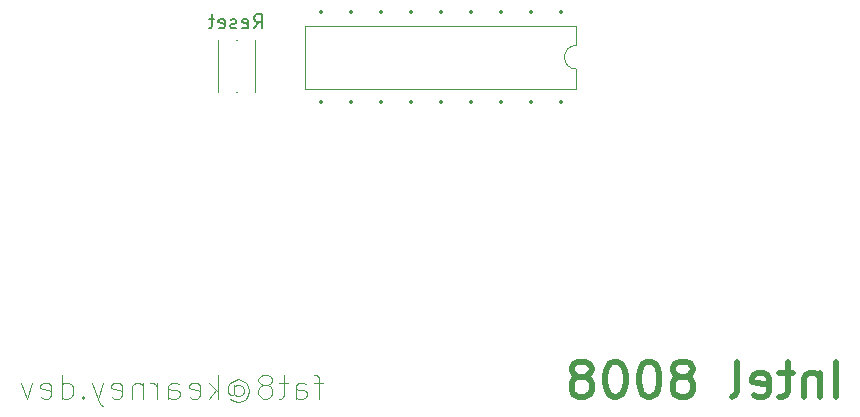
<source format=gbr>
%TF.GenerationSoftware,KiCad,Pcbnew,9.0.0-9.0.0-2~ubuntu24.10.1*%
%TF.CreationDate,2025-03-15T08:42:32-04:00*%
%TF.ProjectId,fat8,66617438-2e6b-4696-9361-645f70636258,rev?*%
%TF.SameCoordinates,Original*%
%TF.FileFunction,Legend,Bot*%
%TF.FilePolarity,Positive*%
%FSLAX46Y46*%
G04 Gerber Fmt 4.6, Leading zero omitted, Abs format (unit mm)*
G04 Created by KiCad (PCBNEW 9.0.0-9.0.0-2~ubuntu24.10.1) date 2025-03-15 08:42:32*
%MOMM*%
%LPD*%
G01*
G04 APERTURE LIST*
%ADD10C,0.100000*%
%ADD11C,0.150000*%
%ADD12C,0.508000*%
%ADD13C,0.120000*%
%ADD14C,0.350000*%
G04 APERTURE END LIST*
D10*
X84743734Y-81416704D02*
X83981830Y-81416704D01*
X84458020Y-82750038D02*
X84458020Y-81035752D01*
X84458020Y-81035752D02*
X84362782Y-80845276D01*
X84362782Y-80845276D02*
X84172306Y-80750038D01*
X84172306Y-80750038D02*
X83981830Y-80750038D01*
X82458020Y-82750038D02*
X82458020Y-81702419D01*
X82458020Y-81702419D02*
X82553258Y-81511942D01*
X82553258Y-81511942D02*
X82743734Y-81416704D01*
X82743734Y-81416704D02*
X83124687Y-81416704D01*
X83124687Y-81416704D02*
X83315163Y-81511942D01*
X82458020Y-82654800D02*
X82648496Y-82750038D01*
X82648496Y-82750038D02*
X83124687Y-82750038D01*
X83124687Y-82750038D02*
X83315163Y-82654800D01*
X83315163Y-82654800D02*
X83410401Y-82464323D01*
X83410401Y-82464323D02*
X83410401Y-82273847D01*
X83410401Y-82273847D02*
X83315163Y-82083371D01*
X83315163Y-82083371D02*
X83124687Y-81988133D01*
X83124687Y-81988133D02*
X82648496Y-81988133D01*
X82648496Y-81988133D02*
X82458020Y-81892895D01*
X81791353Y-81416704D02*
X81029449Y-81416704D01*
X81505639Y-80750038D02*
X81505639Y-82464323D01*
X81505639Y-82464323D02*
X81410401Y-82654800D01*
X81410401Y-82654800D02*
X81219925Y-82750038D01*
X81219925Y-82750038D02*
X81029449Y-82750038D01*
X80077068Y-81607180D02*
X80267544Y-81511942D01*
X80267544Y-81511942D02*
X80362782Y-81416704D01*
X80362782Y-81416704D02*
X80458020Y-81226228D01*
X80458020Y-81226228D02*
X80458020Y-81130990D01*
X80458020Y-81130990D02*
X80362782Y-80940514D01*
X80362782Y-80940514D02*
X80267544Y-80845276D01*
X80267544Y-80845276D02*
X80077068Y-80750038D01*
X80077068Y-80750038D02*
X79696115Y-80750038D01*
X79696115Y-80750038D02*
X79505639Y-80845276D01*
X79505639Y-80845276D02*
X79410401Y-80940514D01*
X79410401Y-80940514D02*
X79315163Y-81130990D01*
X79315163Y-81130990D02*
X79315163Y-81226228D01*
X79315163Y-81226228D02*
X79410401Y-81416704D01*
X79410401Y-81416704D02*
X79505639Y-81511942D01*
X79505639Y-81511942D02*
X79696115Y-81607180D01*
X79696115Y-81607180D02*
X80077068Y-81607180D01*
X80077068Y-81607180D02*
X80267544Y-81702419D01*
X80267544Y-81702419D02*
X80362782Y-81797657D01*
X80362782Y-81797657D02*
X80458020Y-81988133D01*
X80458020Y-81988133D02*
X80458020Y-82369085D01*
X80458020Y-82369085D02*
X80362782Y-82559561D01*
X80362782Y-82559561D02*
X80267544Y-82654800D01*
X80267544Y-82654800D02*
X80077068Y-82750038D01*
X80077068Y-82750038D02*
X79696115Y-82750038D01*
X79696115Y-82750038D02*
X79505639Y-82654800D01*
X79505639Y-82654800D02*
X79410401Y-82559561D01*
X79410401Y-82559561D02*
X79315163Y-82369085D01*
X79315163Y-82369085D02*
X79315163Y-81988133D01*
X79315163Y-81988133D02*
X79410401Y-81797657D01*
X79410401Y-81797657D02*
X79505639Y-81702419D01*
X79505639Y-81702419D02*
X79696115Y-81607180D01*
X77219925Y-81797657D02*
X77315163Y-81702419D01*
X77315163Y-81702419D02*
X77505639Y-81607180D01*
X77505639Y-81607180D02*
X77696115Y-81607180D01*
X77696115Y-81607180D02*
X77886591Y-81702419D01*
X77886591Y-81702419D02*
X77981830Y-81797657D01*
X77981830Y-81797657D02*
X78077068Y-81988133D01*
X78077068Y-81988133D02*
X78077068Y-82178609D01*
X78077068Y-82178609D02*
X77981830Y-82369085D01*
X77981830Y-82369085D02*
X77886591Y-82464323D01*
X77886591Y-82464323D02*
X77696115Y-82559561D01*
X77696115Y-82559561D02*
X77505639Y-82559561D01*
X77505639Y-82559561D02*
X77315163Y-82464323D01*
X77315163Y-82464323D02*
X77219925Y-82369085D01*
X77219925Y-81607180D02*
X77219925Y-82369085D01*
X77219925Y-82369085D02*
X77124687Y-82464323D01*
X77124687Y-82464323D02*
X77029449Y-82464323D01*
X77029449Y-82464323D02*
X76838972Y-82369085D01*
X76838972Y-82369085D02*
X76743734Y-82178609D01*
X76743734Y-82178609D02*
X76743734Y-81702419D01*
X76743734Y-81702419D02*
X76934211Y-81416704D01*
X76934211Y-81416704D02*
X77219925Y-81226228D01*
X77219925Y-81226228D02*
X77600877Y-81130990D01*
X77600877Y-81130990D02*
X77981830Y-81226228D01*
X77981830Y-81226228D02*
X78267544Y-81416704D01*
X78267544Y-81416704D02*
X78458020Y-81702419D01*
X78458020Y-81702419D02*
X78553258Y-82083371D01*
X78553258Y-82083371D02*
X78458020Y-82464323D01*
X78458020Y-82464323D02*
X78267544Y-82750038D01*
X78267544Y-82750038D02*
X77981830Y-82940514D01*
X77981830Y-82940514D02*
X77600877Y-83035752D01*
X77600877Y-83035752D02*
X77219925Y-82940514D01*
X77219925Y-82940514D02*
X76934211Y-82750038D01*
X75886591Y-82750038D02*
X75886591Y-80750038D01*
X75696115Y-81988133D02*
X75124686Y-82750038D01*
X75124686Y-81416704D02*
X75886591Y-82178609D01*
X73505638Y-82654800D02*
X73696114Y-82750038D01*
X73696114Y-82750038D02*
X74077067Y-82750038D01*
X74077067Y-82750038D02*
X74267543Y-82654800D01*
X74267543Y-82654800D02*
X74362781Y-82464323D01*
X74362781Y-82464323D02*
X74362781Y-81702419D01*
X74362781Y-81702419D02*
X74267543Y-81511942D01*
X74267543Y-81511942D02*
X74077067Y-81416704D01*
X74077067Y-81416704D02*
X73696114Y-81416704D01*
X73696114Y-81416704D02*
X73505638Y-81511942D01*
X73505638Y-81511942D02*
X73410400Y-81702419D01*
X73410400Y-81702419D02*
X73410400Y-81892895D01*
X73410400Y-81892895D02*
X74362781Y-82083371D01*
X71696114Y-82750038D02*
X71696114Y-81702419D01*
X71696114Y-81702419D02*
X71791352Y-81511942D01*
X71791352Y-81511942D02*
X71981828Y-81416704D01*
X71981828Y-81416704D02*
X72362781Y-81416704D01*
X72362781Y-81416704D02*
X72553257Y-81511942D01*
X71696114Y-82654800D02*
X71886590Y-82750038D01*
X71886590Y-82750038D02*
X72362781Y-82750038D01*
X72362781Y-82750038D02*
X72553257Y-82654800D01*
X72553257Y-82654800D02*
X72648495Y-82464323D01*
X72648495Y-82464323D02*
X72648495Y-82273847D01*
X72648495Y-82273847D02*
X72553257Y-82083371D01*
X72553257Y-82083371D02*
X72362781Y-81988133D01*
X72362781Y-81988133D02*
X71886590Y-81988133D01*
X71886590Y-81988133D02*
X71696114Y-81892895D01*
X70743733Y-82750038D02*
X70743733Y-81416704D01*
X70743733Y-81797657D02*
X70648495Y-81607180D01*
X70648495Y-81607180D02*
X70553257Y-81511942D01*
X70553257Y-81511942D02*
X70362781Y-81416704D01*
X70362781Y-81416704D02*
X70172304Y-81416704D01*
X69505638Y-81416704D02*
X69505638Y-82750038D01*
X69505638Y-81607180D02*
X69410400Y-81511942D01*
X69410400Y-81511942D02*
X69219924Y-81416704D01*
X69219924Y-81416704D02*
X68934209Y-81416704D01*
X68934209Y-81416704D02*
X68743733Y-81511942D01*
X68743733Y-81511942D02*
X68648495Y-81702419D01*
X68648495Y-81702419D02*
X68648495Y-82750038D01*
X66934209Y-82654800D02*
X67124685Y-82750038D01*
X67124685Y-82750038D02*
X67505638Y-82750038D01*
X67505638Y-82750038D02*
X67696114Y-82654800D01*
X67696114Y-82654800D02*
X67791352Y-82464323D01*
X67791352Y-82464323D02*
X67791352Y-81702419D01*
X67791352Y-81702419D02*
X67696114Y-81511942D01*
X67696114Y-81511942D02*
X67505638Y-81416704D01*
X67505638Y-81416704D02*
X67124685Y-81416704D01*
X67124685Y-81416704D02*
X66934209Y-81511942D01*
X66934209Y-81511942D02*
X66838971Y-81702419D01*
X66838971Y-81702419D02*
X66838971Y-81892895D01*
X66838971Y-81892895D02*
X67791352Y-82083371D01*
X66172304Y-81416704D02*
X65696114Y-82750038D01*
X65219923Y-81416704D02*
X65696114Y-82750038D01*
X65696114Y-82750038D02*
X65886590Y-83226228D01*
X65886590Y-83226228D02*
X65981828Y-83321466D01*
X65981828Y-83321466D02*
X66172304Y-83416704D01*
X64458018Y-82559561D02*
X64362780Y-82654800D01*
X64362780Y-82654800D02*
X64458018Y-82750038D01*
X64458018Y-82750038D02*
X64553256Y-82654800D01*
X64553256Y-82654800D02*
X64458018Y-82559561D01*
X64458018Y-82559561D02*
X64458018Y-82750038D01*
X62648494Y-82750038D02*
X62648494Y-80750038D01*
X62648494Y-82654800D02*
X62838970Y-82750038D01*
X62838970Y-82750038D02*
X63219923Y-82750038D01*
X63219923Y-82750038D02*
X63410399Y-82654800D01*
X63410399Y-82654800D02*
X63505637Y-82559561D01*
X63505637Y-82559561D02*
X63600875Y-82369085D01*
X63600875Y-82369085D02*
X63600875Y-81797657D01*
X63600875Y-81797657D02*
X63505637Y-81607180D01*
X63505637Y-81607180D02*
X63410399Y-81511942D01*
X63410399Y-81511942D02*
X63219923Y-81416704D01*
X63219923Y-81416704D02*
X62838970Y-81416704D01*
X62838970Y-81416704D02*
X62648494Y-81511942D01*
X60934208Y-82654800D02*
X61124684Y-82750038D01*
X61124684Y-82750038D02*
X61505637Y-82750038D01*
X61505637Y-82750038D02*
X61696113Y-82654800D01*
X61696113Y-82654800D02*
X61791351Y-82464323D01*
X61791351Y-82464323D02*
X61791351Y-81702419D01*
X61791351Y-81702419D02*
X61696113Y-81511942D01*
X61696113Y-81511942D02*
X61505637Y-81416704D01*
X61505637Y-81416704D02*
X61124684Y-81416704D01*
X61124684Y-81416704D02*
X60934208Y-81511942D01*
X60934208Y-81511942D02*
X60838970Y-81702419D01*
X60838970Y-81702419D02*
X60838970Y-81892895D01*
X60838970Y-81892895D02*
X61791351Y-82083371D01*
X60172303Y-81416704D02*
X59696113Y-82750038D01*
X59696113Y-82750038D02*
X59219922Y-81416704D01*
D11*
X78929887Y-51407342D02*
X79329887Y-50835914D01*
X79615601Y-51407342D02*
X79615601Y-50207342D01*
X79615601Y-50207342D02*
X79158458Y-50207342D01*
X79158458Y-50207342D02*
X79044173Y-50264485D01*
X79044173Y-50264485D02*
X78987030Y-50321628D01*
X78987030Y-50321628D02*
X78929887Y-50435914D01*
X78929887Y-50435914D02*
X78929887Y-50607342D01*
X78929887Y-50607342D02*
X78987030Y-50721628D01*
X78987030Y-50721628D02*
X79044173Y-50778771D01*
X79044173Y-50778771D02*
X79158458Y-50835914D01*
X79158458Y-50835914D02*
X79615601Y-50835914D01*
X77958458Y-51350200D02*
X78072744Y-51407342D01*
X78072744Y-51407342D02*
X78301316Y-51407342D01*
X78301316Y-51407342D02*
X78415601Y-51350200D01*
X78415601Y-51350200D02*
X78472744Y-51235914D01*
X78472744Y-51235914D02*
X78472744Y-50778771D01*
X78472744Y-50778771D02*
X78415601Y-50664485D01*
X78415601Y-50664485D02*
X78301316Y-50607342D01*
X78301316Y-50607342D02*
X78072744Y-50607342D01*
X78072744Y-50607342D02*
X77958458Y-50664485D01*
X77958458Y-50664485D02*
X77901316Y-50778771D01*
X77901316Y-50778771D02*
X77901316Y-50893057D01*
X77901316Y-50893057D02*
X78472744Y-51007342D01*
X77444173Y-51350200D02*
X77329887Y-51407342D01*
X77329887Y-51407342D02*
X77101316Y-51407342D01*
X77101316Y-51407342D02*
X76987030Y-51350200D01*
X76987030Y-51350200D02*
X76929887Y-51235914D01*
X76929887Y-51235914D02*
X76929887Y-51178771D01*
X76929887Y-51178771D02*
X76987030Y-51064485D01*
X76987030Y-51064485D02*
X77101316Y-51007342D01*
X77101316Y-51007342D02*
X77272745Y-51007342D01*
X77272745Y-51007342D02*
X77387030Y-50950200D01*
X77387030Y-50950200D02*
X77444173Y-50835914D01*
X77444173Y-50835914D02*
X77444173Y-50778771D01*
X77444173Y-50778771D02*
X77387030Y-50664485D01*
X77387030Y-50664485D02*
X77272745Y-50607342D01*
X77272745Y-50607342D02*
X77101316Y-50607342D01*
X77101316Y-50607342D02*
X76987030Y-50664485D01*
X75958458Y-51350200D02*
X76072744Y-51407342D01*
X76072744Y-51407342D02*
X76301316Y-51407342D01*
X76301316Y-51407342D02*
X76415601Y-51350200D01*
X76415601Y-51350200D02*
X76472744Y-51235914D01*
X76472744Y-51235914D02*
X76472744Y-50778771D01*
X76472744Y-50778771D02*
X76415601Y-50664485D01*
X76415601Y-50664485D02*
X76301316Y-50607342D01*
X76301316Y-50607342D02*
X76072744Y-50607342D01*
X76072744Y-50607342D02*
X75958458Y-50664485D01*
X75958458Y-50664485D02*
X75901316Y-50778771D01*
X75901316Y-50778771D02*
X75901316Y-50893057D01*
X75901316Y-50893057D02*
X76472744Y-51007342D01*
X75558459Y-50607342D02*
X75101316Y-50607342D01*
X75387030Y-50207342D02*
X75387030Y-51235914D01*
X75387030Y-51235914D02*
X75329887Y-51350200D01*
X75329887Y-51350200D02*
X75215602Y-51407342D01*
X75215602Y-51407342D02*
X75101316Y-51407342D01*
D12*
X128256504Y-82608441D02*
X128256504Y-79608441D01*
X126827933Y-80608441D02*
X126827933Y-82608441D01*
X126827933Y-80894155D02*
X126685076Y-80751298D01*
X126685076Y-80751298D02*
X126399361Y-80608441D01*
X126399361Y-80608441D02*
X125970790Y-80608441D01*
X125970790Y-80608441D02*
X125685076Y-80751298D01*
X125685076Y-80751298D02*
X125542219Y-81037012D01*
X125542219Y-81037012D02*
X125542219Y-82608441D01*
X124542218Y-80608441D02*
X123399361Y-80608441D01*
X124113647Y-79608441D02*
X124113647Y-82179869D01*
X124113647Y-82179869D02*
X123970790Y-82465584D01*
X123970790Y-82465584D02*
X123685075Y-82608441D01*
X123685075Y-82608441D02*
X123399361Y-82608441D01*
X121256504Y-82465584D02*
X121542218Y-82608441D01*
X121542218Y-82608441D02*
X122113647Y-82608441D01*
X122113647Y-82608441D02*
X122399361Y-82465584D01*
X122399361Y-82465584D02*
X122542218Y-82179869D01*
X122542218Y-82179869D02*
X122542218Y-81037012D01*
X122542218Y-81037012D02*
X122399361Y-80751298D01*
X122399361Y-80751298D02*
X122113647Y-80608441D01*
X122113647Y-80608441D02*
X121542218Y-80608441D01*
X121542218Y-80608441D02*
X121256504Y-80751298D01*
X121256504Y-80751298D02*
X121113647Y-81037012D01*
X121113647Y-81037012D02*
X121113647Y-81322726D01*
X121113647Y-81322726D02*
X122542218Y-81608441D01*
X119399360Y-82608441D02*
X119685075Y-82465584D01*
X119685075Y-82465584D02*
X119827932Y-82179869D01*
X119827932Y-82179869D02*
X119827932Y-79608441D01*
X115542217Y-80894155D02*
X115827932Y-80751298D01*
X115827932Y-80751298D02*
X115970789Y-80608441D01*
X115970789Y-80608441D02*
X116113646Y-80322726D01*
X116113646Y-80322726D02*
X116113646Y-80179869D01*
X116113646Y-80179869D02*
X115970789Y-79894155D01*
X115970789Y-79894155D02*
X115827932Y-79751298D01*
X115827932Y-79751298D02*
X115542217Y-79608441D01*
X115542217Y-79608441D02*
X114970789Y-79608441D01*
X114970789Y-79608441D02*
X114685075Y-79751298D01*
X114685075Y-79751298D02*
X114542217Y-79894155D01*
X114542217Y-79894155D02*
X114399360Y-80179869D01*
X114399360Y-80179869D02*
X114399360Y-80322726D01*
X114399360Y-80322726D02*
X114542217Y-80608441D01*
X114542217Y-80608441D02*
X114685075Y-80751298D01*
X114685075Y-80751298D02*
X114970789Y-80894155D01*
X114970789Y-80894155D02*
X115542217Y-80894155D01*
X115542217Y-80894155D02*
X115827932Y-81037012D01*
X115827932Y-81037012D02*
X115970789Y-81179869D01*
X115970789Y-81179869D02*
X116113646Y-81465584D01*
X116113646Y-81465584D02*
X116113646Y-82037012D01*
X116113646Y-82037012D02*
X115970789Y-82322726D01*
X115970789Y-82322726D02*
X115827932Y-82465584D01*
X115827932Y-82465584D02*
X115542217Y-82608441D01*
X115542217Y-82608441D02*
X114970789Y-82608441D01*
X114970789Y-82608441D02*
X114685075Y-82465584D01*
X114685075Y-82465584D02*
X114542217Y-82322726D01*
X114542217Y-82322726D02*
X114399360Y-82037012D01*
X114399360Y-82037012D02*
X114399360Y-81465584D01*
X114399360Y-81465584D02*
X114542217Y-81179869D01*
X114542217Y-81179869D02*
X114685075Y-81037012D01*
X114685075Y-81037012D02*
X114970789Y-80894155D01*
X112542217Y-79608441D02*
X112256503Y-79608441D01*
X112256503Y-79608441D02*
X111970789Y-79751298D01*
X111970789Y-79751298D02*
X111827932Y-79894155D01*
X111827932Y-79894155D02*
X111685074Y-80179869D01*
X111685074Y-80179869D02*
X111542217Y-80751298D01*
X111542217Y-80751298D02*
X111542217Y-81465584D01*
X111542217Y-81465584D02*
X111685074Y-82037012D01*
X111685074Y-82037012D02*
X111827932Y-82322726D01*
X111827932Y-82322726D02*
X111970789Y-82465584D01*
X111970789Y-82465584D02*
X112256503Y-82608441D01*
X112256503Y-82608441D02*
X112542217Y-82608441D01*
X112542217Y-82608441D02*
X112827932Y-82465584D01*
X112827932Y-82465584D02*
X112970789Y-82322726D01*
X112970789Y-82322726D02*
X113113646Y-82037012D01*
X113113646Y-82037012D02*
X113256503Y-81465584D01*
X113256503Y-81465584D02*
X113256503Y-80751298D01*
X113256503Y-80751298D02*
X113113646Y-80179869D01*
X113113646Y-80179869D02*
X112970789Y-79894155D01*
X112970789Y-79894155D02*
X112827932Y-79751298D01*
X112827932Y-79751298D02*
X112542217Y-79608441D01*
X109685074Y-79608441D02*
X109399360Y-79608441D01*
X109399360Y-79608441D02*
X109113646Y-79751298D01*
X109113646Y-79751298D02*
X108970789Y-79894155D01*
X108970789Y-79894155D02*
X108827931Y-80179869D01*
X108827931Y-80179869D02*
X108685074Y-80751298D01*
X108685074Y-80751298D02*
X108685074Y-81465584D01*
X108685074Y-81465584D02*
X108827931Y-82037012D01*
X108827931Y-82037012D02*
X108970789Y-82322726D01*
X108970789Y-82322726D02*
X109113646Y-82465584D01*
X109113646Y-82465584D02*
X109399360Y-82608441D01*
X109399360Y-82608441D02*
X109685074Y-82608441D01*
X109685074Y-82608441D02*
X109970789Y-82465584D01*
X109970789Y-82465584D02*
X110113646Y-82322726D01*
X110113646Y-82322726D02*
X110256503Y-82037012D01*
X110256503Y-82037012D02*
X110399360Y-81465584D01*
X110399360Y-81465584D02*
X110399360Y-80751298D01*
X110399360Y-80751298D02*
X110256503Y-80179869D01*
X110256503Y-80179869D02*
X110113646Y-79894155D01*
X110113646Y-79894155D02*
X109970789Y-79751298D01*
X109970789Y-79751298D02*
X109685074Y-79608441D01*
X106970788Y-80894155D02*
X107256503Y-80751298D01*
X107256503Y-80751298D02*
X107399360Y-80608441D01*
X107399360Y-80608441D02*
X107542217Y-80322726D01*
X107542217Y-80322726D02*
X107542217Y-80179869D01*
X107542217Y-80179869D02*
X107399360Y-79894155D01*
X107399360Y-79894155D02*
X107256503Y-79751298D01*
X107256503Y-79751298D02*
X106970788Y-79608441D01*
X106970788Y-79608441D02*
X106399360Y-79608441D01*
X106399360Y-79608441D02*
X106113646Y-79751298D01*
X106113646Y-79751298D02*
X105970788Y-79894155D01*
X105970788Y-79894155D02*
X105827931Y-80179869D01*
X105827931Y-80179869D02*
X105827931Y-80322726D01*
X105827931Y-80322726D02*
X105970788Y-80608441D01*
X105970788Y-80608441D02*
X106113646Y-80751298D01*
X106113646Y-80751298D02*
X106399360Y-80894155D01*
X106399360Y-80894155D02*
X106970788Y-80894155D01*
X106970788Y-80894155D02*
X107256503Y-81037012D01*
X107256503Y-81037012D02*
X107399360Y-81179869D01*
X107399360Y-81179869D02*
X107542217Y-81465584D01*
X107542217Y-81465584D02*
X107542217Y-82037012D01*
X107542217Y-82037012D02*
X107399360Y-82322726D01*
X107399360Y-82322726D02*
X107256503Y-82465584D01*
X107256503Y-82465584D02*
X106970788Y-82608441D01*
X106970788Y-82608441D02*
X106399360Y-82608441D01*
X106399360Y-82608441D02*
X106113646Y-82465584D01*
X106113646Y-82465584D02*
X105970788Y-82322726D01*
X105970788Y-82322726D02*
X105827931Y-82037012D01*
X105827931Y-82037012D02*
X105827931Y-81465584D01*
X105827931Y-81465584D02*
X105970788Y-81179869D01*
X105970788Y-81179869D02*
X106113646Y-81037012D01*
X106113646Y-81037012D02*
X106399360Y-80894155D01*
D13*
%TO.C,U1*%
X83252000Y-51198000D02*
X83252000Y-56498000D01*
X83252000Y-56498000D02*
X106232000Y-56498000D01*
X106232000Y-51198000D02*
X83252000Y-51198000D01*
X106232000Y-52848000D02*
X106232000Y-51198000D01*
X106232000Y-56498000D02*
X106232000Y-54848000D01*
X106232000Y-54848000D02*
G75*
G02*
X106232000Y-52848000I0J1000000D01*
G01*
%TO.C,SW1*%
X75920000Y-52410000D02*
X75920000Y-56810000D01*
X77420000Y-52410000D02*
X77520000Y-52410000D01*
X77420000Y-56810000D02*
X77520000Y-56810000D01*
X79020000Y-56810000D02*
X79020000Y-52410000D01*
%TD*%
D14*
X104902000Y-57658000D03*
X102362000Y-57658000D03*
X99822000Y-57658000D03*
X97282000Y-57658000D03*
X94742000Y-57658000D03*
X92202000Y-57658000D03*
X89662000Y-57658000D03*
X87122000Y-57658000D03*
X84582000Y-57658000D03*
X84582000Y-50038000D03*
X87122000Y-50038000D03*
X89662000Y-50038000D03*
X92202000Y-50038000D03*
X94742000Y-50038000D03*
X97282000Y-50038000D03*
X99822000Y-50038000D03*
X102362000Y-50038000D03*
X104902000Y-50038000D03*
M02*

</source>
